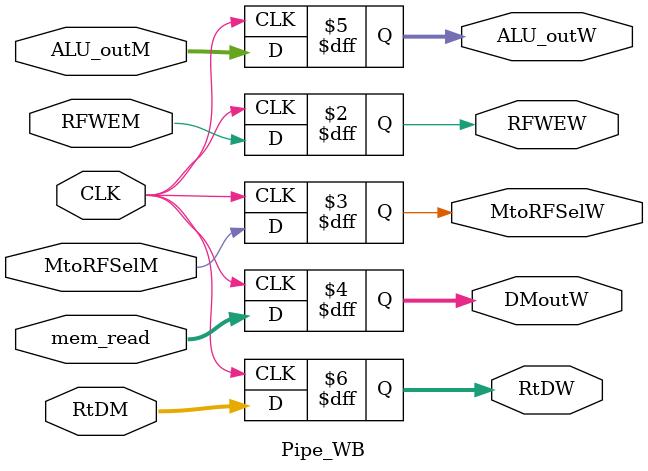
<source format=v>
`timescale 1ns / 1ps


module Pipe_WB(
input CLK,
input RFWEM ,MtoRFSelM,
output reg RFWEW ,MtoRFSelW,

input [31:0] mem_read,
output reg [31:0] DMoutW,

input [31:0]  ALU_outM,
output reg [31:0]  ALU_outW,

input [4:0] RtDM,
output reg [4:0] RtDW

    );
    
    always @(posedge CLK) begin
    
    RFWEW <= RFWEM;
    MtoRFSelW <= MtoRFSelM;
    DMoutW <= mem_read;
    ALU_outW <= ALU_outM;
    RtDW <= RtDM; 
    end
   
   
   
   
//    always @(negedge CLK) begin
    
//    RFWEW <= RFWEM;
//    MtoRFSelW <= MtoRFSelM;
//    DMoutW <= mem_read;
//    ALU_outW <= ALU_outM;
//    RtDW <= RtDM; 
//    end
   
   
    
    
    
    
    
endmodule

</source>
